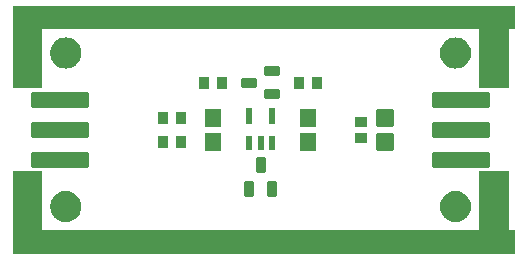
<source format=gts>
G04 Layer: TopSolderMaskLayer*
G04 EasyEDA v6.5.42, 2024-03-17 15:56:58*
G04 633bbcd927b44838993661e05d2ec2ea,9a5be75d700b4a6385dc1106f27949ae,10*
G04 Gerber Generator version 0.2*
G04 Scale: 100 percent, Rotated: No, Reflected: No *
G04 Dimensions in millimeters *
G04 leading zeros omitted , absolute positions ,4 integer and 5 decimal *
%FSLAX45Y45*%
%MOMM*%

%AMMACRO1*1,1,$1,$2,$3*1,1,$1,$4,$5*1,1,$1,0-$2,0-$3*1,1,$1,0-$4,0-$5*20,1,$1,$2,$3,$4,$5,0*20,1,$1,$4,$5,0-$2,0-$3,0*20,1,$1,0-$2,0-$3,0-$4,0-$5,0*20,1,$1,0-$4,0-$5,$2,$3,0*4,1,4,$2,$3,$4,$5,0-$2,0-$3,0-$4,0-$5,$2,$3,0*%
%ADD10MACRO1,0.1016X-0.675X0.705X0.675X0.705*%
%ADD11MACRO1,0.1016X-0.675X-0.705X0.675X-0.705*%
%ADD12R,1.4516X1.5116*%
%ADD13MACRO1,0.1016X0.45X0.4X0.45X-0.4*%
%ADD14MACRO1,0.1016X0.35X0.625X0.35X-0.625*%
%ADD15MACRO1,0.1016X-0.625X0.35X0.625X0.35*%
%ADD16MACRO1,0.1016X0.4032X0.432X0.4032X-0.432*%
%ADD17MACRO1,0.1016X-0.4032X0.432X-0.4032X-0.432*%
%ADD18MACRO1,0.1016X-0.245X0.5785X0.245X0.5785*%
%ADD19MACRO1,0.1016X-0.245X0.5875X0.245X0.5875*%
%ADD20MACRO1,0.1016X2.4X-0.6X-2.4X-0.6*%
%ADD21MACRO1,0.1016X-2.4X0.6X2.4X0.6*%

%LPD*%
G36*
X-99974Y49987D02*
G01*
X-99974Y-150012D01*
X4150004Y-150012D01*
X4150004Y49987D01*
G37*
G36*
X-99974Y-1849983D02*
G01*
X-99974Y-2049983D01*
X4150004Y-2049983D01*
X4150004Y-1849983D01*
G37*
G36*
X-99974Y49987D02*
G01*
X-99974Y-649986D01*
X150012Y-649986D01*
X150012Y49987D01*
G37*
G36*
X-99974Y-1350010D02*
G01*
X-99974Y-2049983D01*
X150012Y-2049983D01*
X150012Y-1350010D01*
G37*
G36*
X3849979Y49987D02*
G01*
X3849979Y-649986D01*
X4100017Y-649986D01*
X4100017Y49987D01*
G37*
G36*
X3849979Y-1350010D02*
G01*
X3849979Y-2049983D01*
X4100017Y-2049983D01*
X4100017Y-1350010D01*
G37*
D10*
G01*
X3049993Y-1100000D03*
D11*
G01*
X3049993Y-899995D03*
D12*
G01*
X1599996Y-899998D03*
G01*
X1599996Y-1099997D03*
G01*
X2399995Y-899998D03*
G01*
X2399995Y-1099997D03*
D13*
G01*
X2849994Y-1069997D03*
G01*
X2849994Y-929998D03*
G36*
X350012Y-1782089D02*
G01*
X334086Y-1781149D01*
X318388Y-1778279D01*
X303174Y-1773504D01*
X288620Y-1766951D01*
X274980Y-1758721D01*
X262407Y-1748891D01*
X251129Y-1737613D01*
X241300Y-1725040D01*
X233070Y-1711401D01*
X226517Y-1696846D01*
X221742Y-1681632D01*
X218871Y-1665935D01*
X217931Y-1650009D01*
X218871Y-1634083D01*
X221742Y-1618386D01*
X226517Y-1603171D01*
X233070Y-1588617D01*
X241300Y-1574977D01*
X251129Y-1562404D01*
X262407Y-1551127D01*
X274980Y-1541297D01*
X288620Y-1533067D01*
X303174Y-1526514D01*
X318388Y-1521739D01*
X334086Y-1518869D01*
X350012Y-1517929D01*
X365937Y-1518869D01*
X381635Y-1521739D01*
X396849Y-1526514D01*
X411403Y-1533067D01*
X425043Y-1541297D01*
X437616Y-1551127D01*
X448894Y-1562404D01*
X458723Y-1574977D01*
X466953Y-1588617D01*
X473506Y-1603171D01*
X478281Y-1618386D01*
X481152Y-1634083D01*
X482092Y-1650009D01*
X481152Y-1665935D01*
X478281Y-1681632D01*
X473506Y-1696846D01*
X466953Y-1711401D01*
X458723Y-1725040D01*
X448894Y-1737613D01*
X437616Y-1748891D01*
X425043Y-1758721D01*
X411403Y-1766951D01*
X396849Y-1773504D01*
X381635Y-1778279D01*
X365937Y-1781149D01*
G37*
G36*
X3650005Y-1782089D02*
G01*
X3634079Y-1781149D01*
X3618382Y-1778279D01*
X3603167Y-1773504D01*
X3588613Y-1766951D01*
X3574973Y-1758721D01*
X3562400Y-1748891D01*
X3551123Y-1737613D01*
X3541293Y-1725040D01*
X3533063Y-1711401D01*
X3526485Y-1696846D01*
X3521735Y-1681632D01*
X3518865Y-1665935D01*
X3517925Y-1650009D01*
X3518865Y-1634083D01*
X3521735Y-1618386D01*
X3526485Y-1603171D01*
X3533063Y-1588617D01*
X3541293Y-1574977D01*
X3551123Y-1562404D01*
X3562400Y-1551127D01*
X3574973Y-1541297D01*
X3588613Y-1533067D01*
X3603167Y-1526514D01*
X3618382Y-1521739D01*
X3634079Y-1518869D01*
X3650005Y-1517929D01*
X3665931Y-1518869D01*
X3681628Y-1521739D01*
X3696843Y-1526514D01*
X3711397Y-1533067D01*
X3725036Y-1541297D01*
X3737584Y-1551127D01*
X3748887Y-1562404D01*
X3758691Y-1574977D01*
X3766921Y-1588617D01*
X3773500Y-1603171D01*
X3778275Y-1618386D01*
X3781145Y-1634083D01*
X3782085Y-1650009D01*
X3781145Y-1665935D01*
X3778275Y-1681632D01*
X3773500Y-1696846D01*
X3766921Y-1711401D01*
X3758691Y-1725040D01*
X3748887Y-1737613D01*
X3737584Y-1748891D01*
X3725036Y-1758721D01*
X3711397Y-1766951D01*
X3696843Y-1773504D01*
X3681628Y-1778279D01*
X3665931Y-1781149D01*
G37*
G36*
X350012Y-482092D02*
G01*
X334086Y-481152D01*
X318388Y-478281D01*
X303174Y-473506D01*
X288620Y-466953D01*
X274980Y-458723D01*
X262407Y-448894D01*
X251129Y-437616D01*
X241300Y-425043D01*
X233070Y-411403D01*
X226517Y-396849D01*
X221742Y-381635D01*
X218871Y-365937D01*
X217931Y-350012D01*
X218871Y-334086D01*
X221742Y-318388D01*
X226517Y-303174D01*
X233070Y-288620D01*
X241300Y-274980D01*
X251129Y-262407D01*
X262407Y-251129D01*
X274980Y-241300D01*
X288620Y-233070D01*
X303174Y-226517D01*
X318388Y-221742D01*
X334086Y-218871D01*
X350012Y-217931D01*
X365937Y-218871D01*
X381635Y-221742D01*
X396849Y-226517D01*
X411403Y-233070D01*
X425043Y-241300D01*
X437616Y-251129D01*
X448894Y-262407D01*
X458723Y-274980D01*
X466953Y-288620D01*
X473506Y-303174D01*
X478281Y-318388D01*
X481152Y-334086D01*
X482092Y-350012D01*
X481152Y-365937D01*
X478281Y-381635D01*
X473506Y-396849D01*
X466953Y-411403D01*
X458723Y-425043D01*
X448894Y-437616D01*
X437616Y-448894D01*
X425043Y-458723D01*
X411403Y-466953D01*
X396849Y-473506D01*
X381635Y-478281D01*
X365937Y-481152D01*
G37*
G36*
X3650005Y-482092D02*
G01*
X3634079Y-481152D01*
X3618382Y-478281D01*
X3603167Y-473506D01*
X3588613Y-466953D01*
X3574973Y-458723D01*
X3562400Y-448894D01*
X3551123Y-437616D01*
X3541293Y-425043D01*
X3533063Y-411403D01*
X3526485Y-396849D01*
X3521735Y-381635D01*
X3518865Y-365937D01*
X3517925Y-350012D01*
X3518865Y-334086D01*
X3521735Y-318388D01*
X3526485Y-303174D01*
X3533063Y-288620D01*
X3541293Y-274980D01*
X3551123Y-262407D01*
X3562400Y-251129D01*
X3574973Y-241300D01*
X3588613Y-233070D01*
X3603167Y-226517D01*
X3618382Y-221742D01*
X3634079Y-218871D01*
X3650005Y-217931D01*
X3665931Y-218871D01*
X3681628Y-221742D01*
X3696843Y-226517D01*
X3711397Y-233070D01*
X3725036Y-241300D01*
X3737584Y-251129D01*
X3748887Y-262407D01*
X3758691Y-274980D01*
X3766921Y-288620D01*
X3773500Y-303174D01*
X3778275Y-318388D01*
X3781145Y-334086D01*
X3782085Y-350012D01*
X3781145Y-365937D01*
X3778275Y-381635D01*
X3773500Y-396849D01*
X3766921Y-411403D01*
X3758691Y-425043D01*
X3748887Y-437616D01*
X3737584Y-448894D01*
X3725036Y-458723D01*
X3711397Y-466953D01*
X3696843Y-473506D01*
X3681628Y-478281D01*
X3665931Y-481152D01*
G37*
D14*
G01*
X1904999Y-1499997D03*
G01*
X2094990Y-1499997D03*
G01*
X1999994Y-1299997D03*
D15*
G01*
X2099995Y-694994D03*
G01*
X2099995Y-505004D03*
G01*
X1899996Y-600000D03*
D16*
G01*
X1174677Y-1100023D03*
D17*
G01*
X1325327Y-1100023D03*
D16*
G01*
X1174677Y-900023D03*
D17*
G01*
X1325327Y-900023D03*
D16*
G01*
X1524671Y-599998D03*
D17*
G01*
X1675321Y-599998D03*
D16*
G01*
X2324670Y-599998D03*
D17*
G01*
X2475320Y-599998D03*
D18*
G01*
X1905000Y-1115364D03*
G01*
X1999996Y-1115364D03*
G01*
X2094992Y-1115364D03*
D19*
G01*
X2094992Y-884631D03*
G01*
X1905000Y-884631D03*
D20*
G01*
X299999Y-745007D03*
G01*
X299999Y-1255013D03*
G01*
X299999Y-999997D03*
D21*
G01*
X3699992Y-1254988D03*
G01*
X3699992Y-744981D03*
G01*
X3699992Y-999997D03*
M02*

</source>
